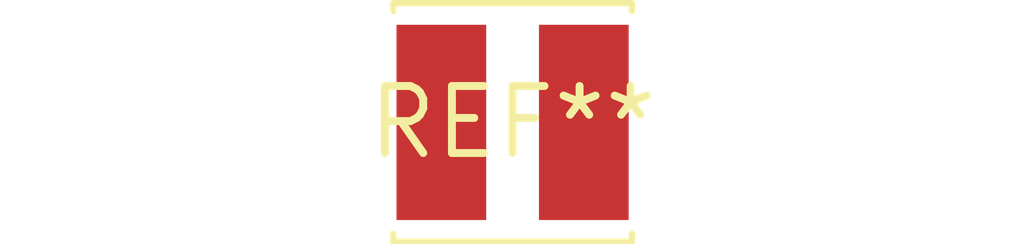
<source format=kicad_pcb>
(kicad_pcb (version 20240108) (generator pcbnew)
  (layers (0 "F.Cu" signal) (31 "B.Cu" signal) (34 "B.Paste" user) (35 "F.Paste" user) (36 "B.SilkS" user "B.Silkscreen") (37 "F.SilkS" user "F.Silkscreen") (38 "B.Mask" user) (39 "F.Mask" user) (44 "Edge.Cuts" user))
  (net 0 "")
  (footprint "L_Cenker_CKCS4020" (layer "F.Cu") (at 0 0)
    (property "Reference" "REF**")
    (property "Value" "L_Cenker_CKCS4020")
    (fp_line (start -2.26 -2.26) (end -2.26 -2.11) (layer "F.SilkS") (stroke (width 0.12)))
    (fp_line (start -2.26 -2.26) (end 2.26 -2.26) (layer "F.SilkS") (stroke (width 0.12)))
    (fp_line (start -2.26 2.26) (end -2.26 2.11) (layer "F.SilkS") (stroke (width 0.12)))
    (fp_line (start -2.26 2.26) (end 2.26 2.26) (layer "F.SilkS") (stroke (width 0.12)))
    (fp_line (start 2.26 -2.26) (end 2.26 -2.11) (layer "F.SilkS") (stroke (width 0.12)))
    (fp_line (start 2.26 2.26) (end 2.26 2.11) (layer "F.SilkS") (stroke (width 0.12)))
    (pad "1" smd rect (at -1.35 0) (size 1.7 3.7) (layers "F.Cu" "F.Paste" "F.Mask"))
    (pad "2" smd rect (at 1.35 0) (size 1.7 3.7) (layers "F.Cu" "F.Paste" "F.Mask"))
  )
)
</source>
